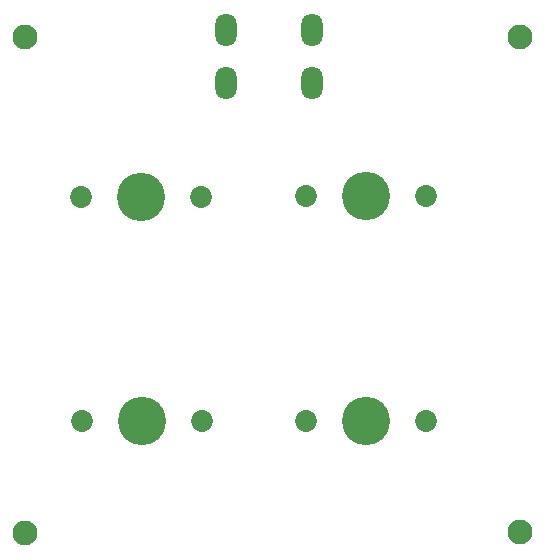
<source format=gbr>
G04 #@! TF.GenerationSoftware,KiCad,Pcbnew,7.0.1*
G04 #@! TF.CreationDate,2023-04-11T18:09:49-04:00*
G04 #@! TF.ProjectId,pikas-pcbs,70696b61-732d-4706-9362-732e6b696361,rev?*
G04 #@! TF.SameCoordinates,Original*
G04 #@! TF.FileFunction,Soldermask,Top*
G04 #@! TF.FilePolarity,Negative*
%FSLAX46Y46*%
G04 Gerber Fmt 4.6, Leading zero omitted, Abs format (unit mm)*
G04 Created by KiCad (PCBNEW 7.0.1) date 2023-04-11 18:09:49*
%MOMM*%
%LPD*%
G01*
G04 APERTURE LIST*
%ADD10C,2.102000*%
%ADD11C,1.852000*%
%ADD12C,4.089800*%
%ADD13O,1.802000X2.802000*%
G04 APERTURE END LIST*
D10*
X118903750Y-82232500D03*
X76993750Y-82300000D03*
X76993750Y-40322500D03*
X118903750Y-40322500D03*
D11*
X100711000Y-53721000D03*
D12*
X105791000Y-53721000D03*
D11*
X110871000Y-53721000D03*
X81748000Y-72771000D03*
D12*
X86828000Y-72771000D03*
D11*
X91908000Y-72771000D03*
X100711000Y-72771000D03*
D12*
X105791000Y-72771000D03*
D11*
X110871000Y-72771000D03*
X81736001Y-53796001D03*
D12*
X86816001Y-53796001D03*
D11*
X91896001Y-53796001D03*
D13*
X93981250Y-44187500D03*
X101281250Y-44187500D03*
X93981250Y-39687500D03*
X101281250Y-39687500D03*
M02*

</source>
